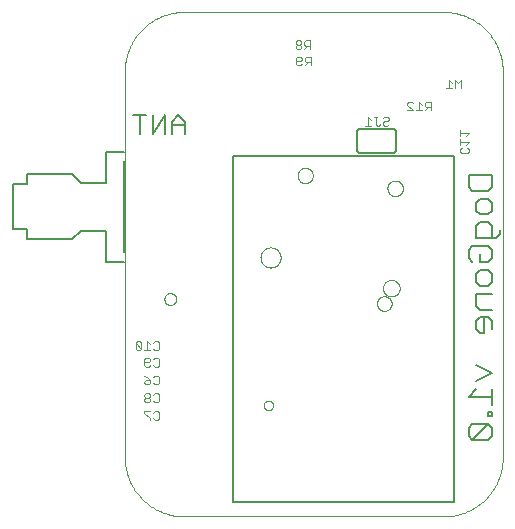
<source format=gbo>
G75*
%MOIN*%
%OFA0B0*%
%FSLAX25Y25*%
%IPPOS*%
%LPD*%
%AMOC8*
5,1,8,0,0,1.08239X$1,22.5*
%
%ADD10C,0.00000*%
%ADD11C,0.00700*%
%ADD12C,0.00800*%
%ADD13C,0.00600*%
%ADD14C,0.00300*%
D10*
X0114340Y0151282D02*
X0114340Y0280022D01*
X0114346Y0280498D01*
X0114363Y0280973D01*
X0114392Y0281448D01*
X0114432Y0281922D01*
X0114484Y0282395D01*
X0114547Y0282866D01*
X0114621Y0283336D01*
X0114707Y0283804D01*
X0114804Y0284270D01*
X0114912Y0284733D01*
X0115031Y0285193D01*
X0115162Y0285651D01*
X0115303Y0286105D01*
X0115456Y0286556D01*
X0115619Y0287002D01*
X0115793Y0287445D01*
X0115978Y0287883D01*
X0116173Y0288317D01*
X0116379Y0288746D01*
X0116595Y0289170D01*
X0116821Y0289589D01*
X0117057Y0290002D01*
X0117303Y0290409D01*
X0117559Y0290810D01*
X0117825Y0291204D01*
X0118100Y0291593D01*
X0118384Y0291974D01*
X0118677Y0292348D01*
X0118979Y0292716D01*
X0119291Y0293076D01*
X0119610Y0293428D01*
X0119938Y0293772D01*
X0120275Y0294109D01*
X0120619Y0294437D01*
X0120971Y0294756D01*
X0121331Y0295068D01*
X0121699Y0295370D01*
X0122073Y0295663D01*
X0122454Y0295947D01*
X0122843Y0296222D01*
X0123237Y0296488D01*
X0123638Y0296744D01*
X0124045Y0296990D01*
X0124458Y0297226D01*
X0124877Y0297452D01*
X0125301Y0297668D01*
X0125730Y0297874D01*
X0126164Y0298069D01*
X0126602Y0298254D01*
X0127045Y0298428D01*
X0127491Y0298591D01*
X0127942Y0298744D01*
X0128396Y0298885D01*
X0128854Y0299016D01*
X0129314Y0299135D01*
X0129777Y0299243D01*
X0130243Y0299340D01*
X0130711Y0299426D01*
X0131181Y0299500D01*
X0131652Y0299563D01*
X0132125Y0299615D01*
X0132599Y0299655D01*
X0133074Y0299684D01*
X0133549Y0299701D01*
X0134025Y0299707D01*
X0220639Y0299707D01*
X0221115Y0299701D01*
X0221590Y0299684D01*
X0222065Y0299655D01*
X0222539Y0299615D01*
X0223012Y0299563D01*
X0223483Y0299500D01*
X0223953Y0299426D01*
X0224421Y0299340D01*
X0224887Y0299243D01*
X0225350Y0299135D01*
X0225810Y0299016D01*
X0226268Y0298885D01*
X0226722Y0298744D01*
X0227173Y0298591D01*
X0227619Y0298428D01*
X0228062Y0298254D01*
X0228500Y0298069D01*
X0228934Y0297874D01*
X0229363Y0297668D01*
X0229787Y0297452D01*
X0230206Y0297226D01*
X0230619Y0296990D01*
X0231026Y0296744D01*
X0231427Y0296488D01*
X0231821Y0296222D01*
X0232210Y0295947D01*
X0232591Y0295663D01*
X0232965Y0295370D01*
X0233333Y0295068D01*
X0233693Y0294756D01*
X0234045Y0294437D01*
X0234389Y0294109D01*
X0234726Y0293772D01*
X0235054Y0293428D01*
X0235373Y0293076D01*
X0235685Y0292716D01*
X0235987Y0292348D01*
X0236280Y0291974D01*
X0236564Y0291593D01*
X0236839Y0291204D01*
X0237105Y0290810D01*
X0237361Y0290409D01*
X0237607Y0290002D01*
X0237843Y0289589D01*
X0238069Y0289170D01*
X0238285Y0288746D01*
X0238491Y0288317D01*
X0238686Y0287883D01*
X0238871Y0287445D01*
X0239045Y0287002D01*
X0239208Y0286556D01*
X0239361Y0286105D01*
X0239502Y0285651D01*
X0239633Y0285193D01*
X0239752Y0284733D01*
X0239860Y0284270D01*
X0239957Y0283804D01*
X0240043Y0283336D01*
X0240117Y0282866D01*
X0240180Y0282395D01*
X0240232Y0281922D01*
X0240272Y0281448D01*
X0240301Y0280973D01*
X0240318Y0280498D01*
X0240324Y0280022D01*
X0240324Y0151282D01*
X0240318Y0150806D01*
X0240301Y0150331D01*
X0240272Y0149856D01*
X0240232Y0149382D01*
X0240180Y0148909D01*
X0240117Y0148438D01*
X0240043Y0147968D01*
X0239957Y0147500D01*
X0239860Y0147034D01*
X0239752Y0146571D01*
X0239633Y0146111D01*
X0239502Y0145653D01*
X0239361Y0145199D01*
X0239208Y0144748D01*
X0239045Y0144302D01*
X0238871Y0143859D01*
X0238686Y0143421D01*
X0238491Y0142987D01*
X0238285Y0142558D01*
X0238069Y0142134D01*
X0237843Y0141715D01*
X0237607Y0141302D01*
X0237361Y0140895D01*
X0237105Y0140494D01*
X0236839Y0140100D01*
X0236564Y0139711D01*
X0236280Y0139330D01*
X0235987Y0138956D01*
X0235685Y0138588D01*
X0235373Y0138228D01*
X0235054Y0137876D01*
X0234726Y0137532D01*
X0234389Y0137195D01*
X0234045Y0136867D01*
X0233693Y0136548D01*
X0233333Y0136236D01*
X0232965Y0135934D01*
X0232591Y0135641D01*
X0232210Y0135357D01*
X0231821Y0135082D01*
X0231427Y0134816D01*
X0231026Y0134560D01*
X0230619Y0134314D01*
X0230206Y0134078D01*
X0229787Y0133852D01*
X0229363Y0133636D01*
X0228934Y0133430D01*
X0228500Y0133235D01*
X0228062Y0133050D01*
X0227619Y0132876D01*
X0227173Y0132713D01*
X0226722Y0132560D01*
X0226268Y0132419D01*
X0225810Y0132288D01*
X0225350Y0132169D01*
X0224887Y0132061D01*
X0224421Y0131964D01*
X0223953Y0131878D01*
X0223483Y0131804D01*
X0223012Y0131741D01*
X0222539Y0131689D01*
X0222065Y0131649D01*
X0221590Y0131620D01*
X0221115Y0131603D01*
X0220639Y0131597D01*
X0134025Y0131597D01*
X0133549Y0131603D01*
X0133074Y0131620D01*
X0132599Y0131649D01*
X0132125Y0131689D01*
X0131652Y0131741D01*
X0131181Y0131804D01*
X0130711Y0131878D01*
X0130243Y0131964D01*
X0129777Y0132061D01*
X0129314Y0132169D01*
X0128854Y0132288D01*
X0128396Y0132419D01*
X0127942Y0132560D01*
X0127491Y0132713D01*
X0127045Y0132876D01*
X0126602Y0133050D01*
X0126164Y0133235D01*
X0125730Y0133430D01*
X0125301Y0133636D01*
X0124877Y0133852D01*
X0124458Y0134078D01*
X0124045Y0134314D01*
X0123638Y0134560D01*
X0123237Y0134816D01*
X0122843Y0135082D01*
X0122454Y0135357D01*
X0122073Y0135641D01*
X0121699Y0135934D01*
X0121331Y0136236D01*
X0120971Y0136548D01*
X0120619Y0136867D01*
X0120275Y0137195D01*
X0119938Y0137532D01*
X0119610Y0137876D01*
X0119291Y0138228D01*
X0118979Y0138588D01*
X0118677Y0138956D01*
X0118384Y0139330D01*
X0118100Y0139711D01*
X0117825Y0140100D01*
X0117559Y0140494D01*
X0117303Y0140895D01*
X0117057Y0141302D01*
X0116821Y0141715D01*
X0116595Y0142134D01*
X0116379Y0142558D01*
X0116173Y0142987D01*
X0115978Y0143421D01*
X0115793Y0143859D01*
X0115619Y0144302D01*
X0115456Y0144748D01*
X0115303Y0145199D01*
X0115162Y0145653D01*
X0115031Y0146111D01*
X0114912Y0146571D01*
X0114804Y0147034D01*
X0114707Y0147500D01*
X0114621Y0147968D01*
X0114547Y0148438D01*
X0114484Y0148909D01*
X0114432Y0149382D01*
X0114392Y0149856D01*
X0114363Y0150331D01*
X0114346Y0150806D01*
X0114340Y0151282D01*
X0127528Y0204038D02*
X0127530Y0204126D01*
X0127536Y0204214D01*
X0127546Y0204302D01*
X0127560Y0204390D01*
X0127577Y0204476D01*
X0127599Y0204562D01*
X0127624Y0204646D01*
X0127654Y0204730D01*
X0127686Y0204812D01*
X0127723Y0204892D01*
X0127763Y0204971D01*
X0127807Y0205048D01*
X0127854Y0205123D01*
X0127904Y0205195D01*
X0127958Y0205266D01*
X0128014Y0205333D01*
X0128074Y0205399D01*
X0128136Y0205461D01*
X0128202Y0205521D01*
X0128269Y0205577D01*
X0128340Y0205631D01*
X0128412Y0205681D01*
X0128487Y0205728D01*
X0128564Y0205772D01*
X0128643Y0205812D01*
X0128723Y0205849D01*
X0128805Y0205881D01*
X0128889Y0205911D01*
X0128973Y0205936D01*
X0129059Y0205958D01*
X0129145Y0205975D01*
X0129233Y0205989D01*
X0129321Y0205999D01*
X0129409Y0206005D01*
X0129497Y0206007D01*
X0129585Y0206005D01*
X0129673Y0205999D01*
X0129761Y0205989D01*
X0129849Y0205975D01*
X0129935Y0205958D01*
X0130021Y0205936D01*
X0130105Y0205911D01*
X0130189Y0205881D01*
X0130271Y0205849D01*
X0130351Y0205812D01*
X0130430Y0205772D01*
X0130507Y0205728D01*
X0130582Y0205681D01*
X0130654Y0205631D01*
X0130725Y0205577D01*
X0130792Y0205521D01*
X0130858Y0205461D01*
X0130920Y0205399D01*
X0130980Y0205333D01*
X0131036Y0205266D01*
X0131090Y0205195D01*
X0131140Y0205123D01*
X0131187Y0205048D01*
X0131231Y0204971D01*
X0131271Y0204892D01*
X0131308Y0204812D01*
X0131340Y0204730D01*
X0131370Y0204646D01*
X0131395Y0204562D01*
X0131417Y0204476D01*
X0131434Y0204390D01*
X0131448Y0204302D01*
X0131458Y0204214D01*
X0131464Y0204126D01*
X0131466Y0204038D01*
X0131464Y0203950D01*
X0131458Y0203862D01*
X0131448Y0203774D01*
X0131434Y0203686D01*
X0131417Y0203600D01*
X0131395Y0203514D01*
X0131370Y0203430D01*
X0131340Y0203346D01*
X0131308Y0203264D01*
X0131271Y0203184D01*
X0131231Y0203105D01*
X0131187Y0203028D01*
X0131140Y0202953D01*
X0131090Y0202881D01*
X0131036Y0202810D01*
X0130980Y0202743D01*
X0130920Y0202677D01*
X0130858Y0202615D01*
X0130792Y0202555D01*
X0130725Y0202499D01*
X0130654Y0202445D01*
X0130582Y0202395D01*
X0130507Y0202348D01*
X0130430Y0202304D01*
X0130351Y0202264D01*
X0130271Y0202227D01*
X0130189Y0202195D01*
X0130105Y0202165D01*
X0130021Y0202140D01*
X0129935Y0202118D01*
X0129849Y0202101D01*
X0129761Y0202087D01*
X0129673Y0202077D01*
X0129585Y0202071D01*
X0129497Y0202069D01*
X0129409Y0202071D01*
X0129321Y0202077D01*
X0129233Y0202087D01*
X0129145Y0202101D01*
X0129059Y0202118D01*
X0128973Y0202140D01*
X0128889Y0202165D01*
X0128805Y0202195D01*
X0128723Y0202227D01*
X0128643Y0202264D01*
X0128564Y0202304D01*
X0128487Y0202348D01*
X0128412Y0202395D01*
X0128340Y0202445D01*
X0128269Y0202499D01*
X0128202Y0202555D01*
X0128136Y0202615D01*
X0128074Y0202677D01*
X0128014Y0202743D01*
X0127958Y0202810D01*
X0127904Y0202881D01*
X0127854Y0202953D01*
X0127807Y0203028D01*
X0127763Y0203105D01*
X0127723Y0203184D01*
X0127686Y0203264D01*
X0127654Y0203346D01*
X0127624Y0203430D01*
X0127599Y0203514D01*
X0127577Y0203600D01*
X0127560Y0203686D01*
X0127546Y0203774D01*
X0127536Y0203862D01*
X0127530Y0203950D01*
X0127528Y0204038D01*
X0114340Y0212747D02*
X0114340Y0256747D01*
X0159576Y0217896D02*
X0159578Y0218011D01*
X0159584Y0218127D01*
X0159594Y0218242D01*
X0159608Y0218357D01*
X0159626Y0218471D01*
X0159648Y0218584D01*
X0159673Y0218697D01*
X0159703Y0218808D01*
X0159736Y0218919D01*
X0159773Y0219028D01*
X0159814Y0219136D01*
X0159859Y0219243D01*
X0159907Y0219348D01*
X0159959Y0219451D01*
X0160015Y0219552D01*
X0160074Y0219652D01*
X0160136Y0219749D01*
X0160202Y0219844D01*
X0160270Y0219937D01*
X0160342Y0220027D01*
X0160417Y0220115D01*
X0160496Y0220200D01*
X0160577Y0220282D01*
X0160660Y0220362D01*
X0160747Y0220438D01*
X0160836Y0220512D01*
X0160927Y0220582D01*
X0161021Y0220650D01*
X0161117Y0220714D01*
X0161216Y0220774D01*
X0161316Y0220831D01*
X0161418Y0220885D01*
X0161522Y0220935D01*
X0161628Y0220982D01*
X0161735Y0221025D01*
X0161844Y0221064D01*
X0161954Y0221099D01*
X0162065Y0221130D01*
X0162177Y0221158D01*
X0162290Y0221182D01*
X0162404Y0221202D01*
X0162519Y0221218D01*
X0162634Y0221230D01*
X0162749Y0221238D01*
X0162864Y0221242D01*
X0162980Y0221242D01*
X0163095Y0221238D01*
X0163210Y0221230D01*
X0163325Y0221218D01*
X0163440Y0221202D01*
X0163554Y0221182D01*
X0163667Y0221158D01*
X0163779Y0221130D01*
X0163890Y0221099D01*
X0164000Y0221064D01*
X0164109Y0221025D01*
X0164216Y0220982D01*
X0164322Y0220935D01*
X0164426Y0220885D01*
X0164528Y0220831D01*
X0164628Y0220774D01*
X0164727Y0220714D01*
X0164823Y0220650D01*
X0164917Y0220582D01*
X0165008Y0220512D01*
X0165097Y0220438D01*
X0165184Y0220362D01*
X0165267Y0220282D01*
X0165348Y0220200D01*
X0165427Y0220115D01*
X0165502Y0220027D01*
X0165574Y0219937D01*
X0165642Y0219844D01*
X0165708Y0219749D01*
X0165770Y0219652D01*
X0165829Y0219552D01*
X0165885Y0219451D01*
X0165937Y0219348D01*
X0165985Y0219243D01*
X0166030Y0219136D01*
X0166071Y0219028D01*
X0166108Y0218919D01*
X0166141Y0218808D01*
X0166171Y0218697D01*
X0166196Y0218584D01*
X0166218Y0218471D01*
X0166236Y0218357D01*
X0166250Y0218242D01*
X0166260Y0218127D01*
X0166266Y0218011D01*
X0166268Y0217896D01*
X0166266Y0217781D01*
X0166260Y0217665D01*
X0166250Y0217550D01*
X0166236Y0217435D01*
X0166218Y0217321D01*
X0166196Y0217208D01*
X0166171Y0217095D01*
X0166141Y0216984D01*
X0166108Y0216873D01*
X0166071Y0216764D01*
X0166030Y0216656D01*
X0165985Y0216549D01*
X0165937Y0216444D01*
X0165885Y0216341D01*
X0165829Y0216240D01*
X0165770Y0216140D01*
X0165708Y0216043D01*
X0165642Y0215948D01*
X0165574Y0215855D01*
X0165502Y0215765D01*
X0165427Y0215677D01*
X0165348Y0215592D01*
X0165267Y0215510D01*
X0165184Y0215430D01*
X0165097Y0215354D01*
X0165008Y0215280D01*
X0164917Y0215210D01*
X0164823Y0215142D01*
X0164727Y0215078D01*
X0164628Y0215018D01*
X0164528Y0214961D01*
X0164426Y0214907D01*
X0164322Y0214857D01*
X0164216Y0214810D01*
X0164109Y0214767D01*
X0164000Y0214728D01*
X0163890Y0214693D01*
X0163779Y0214662D01*
X0163667Y0214634D01*
X0163554Y0214610D01*
X0163440Y0214590D01*
X0163325Y0214574D01*
X0163210Y0214562D01*
X0163095Y0214554D01*
X0162980Y0214550D01*
X0162864Y0214550D01*
X0162749Y0214554D01*
X0162634Y0214562D01*
X0162519Y0214574D01*
X0162404Y0214590D01*
X0162290Y0214610D01*
X0162177Y0214634D01*
X0162065Y0214662D01*
X0161954Y0214693D01*
X0161844Y0214728D01*
X0161735Y0214767D01*
X0161628Y0214810D01*
X0161522Y0214857D01*
X0161418Y0214907D01*
X0161316Y0214961D01*
X0161216Y0215018D01*
X0161117Y0215078D01*
X0161021Y0215142D01*
X0160927Y0215210D01*
X0160836Y0215280D01*
X0160747Y0215354D01*
X0160660Y0215430D01*
X0160577Y0215510D01*
X0160496Y0215592D01*
X0160417Y0215677D01*
X0160342Y0215765D01*
X0160270Y0215855D01*
X0160202Y0215948D01*
X0160136Y0216043D01*
X0160074Y0216140D01*
X0160015Y0216240D01*
X0159959Y0216341D01*
X0159907Y0216444D01*
X0159859Y0216549D01*
X0159814Y0216656D01*
X0159773Y0216764D01*
X0159736Y0216873D01*
X0159703Y0216984D01*
X0159673Y0217095D01*
X0159648Y0217208D01*
X0159626Y0217321D01*
X0159608Y0217435D01*
X0159594Y0217550D01*
X0159584Y0217665D01*
X0159578Y0217781D01*
X0159576Y0217896D01*
X0171919Y0245219D02*
X0171921Y0245319D01*
X0171927Y0245419D01*
X0171937Y0245519D01*
X0171951Y0245619D01*
X0171968Y0245717D01*
X0171990Y0245815D01*
X0172016Y0245912D01*
X0172045Y0246008D01*
X0172078Y0246103D01*
X0172115Y0246196D01*
X0172155Y0246288D01*
X0172199Y0246378D01*
X0172247Y0246467D01*
X0172298Y0246553D01*
X0172352Y0246637D01*
X0172410Y0246719D01*
X0172471Y0246799D01*
X0172535Y0246877D01*
X0172602Y0246951D01*
X0172672Y0247023D01*
X0172744Y0247092D01*
X0172820Y0247159D01*
X0172897Y0247222D01*
X0172978Y0247282D01*
X0173060Y0247339D01*
X0173145Y0247392D01*
X0173232Y0247442D01*
X0173321Y0247489D01*
X0173412Y0247532D01*
X0173504Y0247572D01*
X0173597Y0247608D01*
X0173693Y0247640D01*
X0173789Y0247668D01*
X0173886Y0247693D01*
X0173984Y0247713D01*
X0174083Y0247730D01*
X0174183Y0247743D01*
X0174283Y0247752D01*
X0174383Y0247757D01*
X0174483Y0247758D01*
X0174583Y0247755D01*
X0174683Y0247748D01*
X0174783Y0247737D01*
X0174882Y0247722D01*
X0174981Y0247704D01*
X0175079Y0247681D01*
X0175176Y0247655D01*
X0175271Y0247624D01*
X0175366Y0247590D01*
X0175459Y0247553D01*
X0175550Y0247511D01*
X0175640Y0247466D01*
X0175728Y0247418D01*
X0175813Y0247366D01*
X0175897Y0247311D01*
X0175979Y0247252D01*
X0176058Y0247191D01*
X0176134Y0247126D01*
X0176208Y0247058D01*
X0176280Y0246988D01*
X0176348Y0246914D01*
X0176414Y0246838D01*
X0176476Y0246760D01*
X0176535Y0246679D01*
X0176591Y0246596D01*
X0176644Y0246510D01*
X0176693Y0246423D01*
X0176739Y0246334D01*
X0176782Y0246243D01*
X0176820Y0246150D01*
X0176855Y0246056D01*
X0176886Y0245961D01*
X0176914Y0245864D01*
X0176937Y0245766D01*
X0176957Y0245668D01*
X0176973Y0245569D01*
X0176985Y0245469D01*
X0176993Y0245369D01*
X0176997Y0245269D01*
X0176997Y0245169D01*
X0176993Y0245069D01*
X0176985Y0244969D01*
X0176973Y0244869D01*
X0176957Y0244770D01*
X0176937Y0244672D01*
X0176914Y0244574D01*
X0176886Y0244477D01*
X0176855Y0244382D01*
X0176820Y0244288D01*
X0176782Y0244195D01*
X0176739Y0244104D01*
X0176693Y0244015D01*
X0176644Y0243928D01*
X0176591Y0243842D01*
X0176535Y0243759D01*
X0176476Y0243678D01*
X0176414Y0243600D01*
X0176348Y0243524D01*
X0176280Y0243450D01*
X0176208Y0243380D01*
X0176134Y0243312D01*
X0176058Y0243247D01*
X0175979Y0243186D01*
X0175897Y0243127D01*
X0175813Y0243072D01*
X0175727Y0243020D01*
X0175640Y0242972D01*
X0175550Y0242927D01*
X0175459Y0242885D01*
X0175366Y0242848D01*
X0175271Y0242814D01*
X0175176Y0242783D01*
X0175079Y0242757D01*
X0174981Y0242734D01*
X0174882Y0242716D01*
X0174783Y0242701D01*
X0174683Y0242690D01*
X0174583Y0242683D01*
X0174483Y0242680D01*
X0174383Y0242681D01*
X0174283Y0242686D01*
X0174183Y0242695D01*
X0174083Y0242708D01*
X0173984Y0242725D01*
X0173886Y0242745D01*
X0173789Y0242770D01*
X0173693Y0242798D01*
X0173597Y0242830D01*
X0173504Y0242866D01*
X0173412Y0242906D01*
X0173321Y0242949D01*
X0173232Y0242996D01*
X0173145Y0243046D01*
X0173060Y0243099D01*
X0172978Y0243156D01*
X0172897Y0243216D01*
X0172820Y0243279D01*
X0172744Y0243346D01*
X0172672Y0243415D01*
X0172602Y0243487D01*
X0172535Y0243561D01*
X0172471Y0243639D01*
X0172410Y0243719D01*
X0172352Y0243801D01*
X0172298Y0243885D01*
X0172247Y0243971D01*
X0172199Y0244060D01*
X0172155Y0244150D01*
X0172115Y0244242D01*
X0172078Y0244335D01*
X0172045Y0244430D01*
X0172016Y0244526D01*
X0171990Y0244623D01*
X0171968Y0244721D01*
X0171951Y0244819D01*
X0171937Y0244919D01*
X0171927Y0245019D01*
X0171921Y0245119D01*
X0171919Y0245219D01*
X0201879Y0240967D02*
X0201881Y0241068D01*
X0201887Y0241169D01*
X0201897Y0241270D01*
X0201911Y0241370D01*
X0201929Y0241470D01*
X0201950Y0241569D01*
X0201976Y0241667D01*
X0202005Y0241764D01*
X0202038Y0241860D01*
X0202075Y0241954D01*
X0202116Y0242047D01*
X0202160Y0242138D01*
X0202208Y0242227D01*
X0202259Y0242315D01*
X0202314Y0242400D01*
X0202372Y0242483D01*
X0202433Y0242564D01*
X0202497Y0242642D01*
X0202564Y0242718D01*
X0202634Y0242791D01*
X0202707Y0242861D01*
X0202783Y0242928D01*
X0202861Y0242992D01*
X0202942Y0243053D01*
X0203025Y0243111D01*
X0203110Y0243166D01*
X0203198Y0243217D01*
X0203287Y0243265D01*
X0203378Y0243309D01*
X0203471Y0243350D01*
X0203565Y0243387D01*
X0203661Y0243420D01*
X0203758Y0243449D01*
X0203856Y0243475D01*
X0203955Y0243496D01*
X0204055Y0243514D01*
X0204155Y0243528D01*
X0204256Y0243538D01*
X0204357Y0243544D01*
X0204458Y0243546D01*
X0204559Y0243544D01*
X0204660Y0243538D01*
X0204761Y0243528D01*
X0204861Y0243514D01*
X0204961Y0243496D01*
X0205060Y0243475D01*
X0205158Y0243449D01*
X0205255Y0243420D01*
X0205351Y0243387D01*
X0205445Y0243350D01*
X0205538Y0243309D01*
X0205629Y0243265D01*
X0205718Y0243217D01*
X0205806Y0243166D01*
X0205891Y0243111D01*
X0205974Y0243053D01*
X0206055Y0242992D01*
X0206133Y0242928D01*
X0206209Y0242861D01*
X0206282Y0242791D01*
X0206352Y0242718D01*
X0206419Y0242642D01*
X0206483Y0242564D01*
X0206544Y0242483D01*
X0206602Y0242400D01*
X0206657Y0242315D01*
X0206708Y0242227D01*
X0206756Y0242138D01*
X0206800Y0242047D01*
X0206841Y0241954D01*
X0206878Y0241860D01*
X0206911Y0241764D01*
X0206940Y0241667D01*
X0206966Y0241569D01*
X0206987Y0241470D01*
X0207005Y0241370D01*
X0207019Y0241270D01*
X0207029Y0241169D01*
X0207035Y0241068D01*
X0207037Y0240967D01*
X0207035Y0240866D01*
X0207029Y0240765D01*
X0207019Y0240664D01*
X0207005Y0240564D01*
X0206987Y0240464D01*
X0206966Y0240365D01*
X0206940Y0240267D01*
X0206911Y0240170D01*
X0206878Y0240074D01*
X0206841Y0239980D01*
X0206800Y0239887D01*
X0206756Y0239796D01*
X0206708Y0239707D01*
X0206657Y0239619D01*
X0206602Y0239534D01*
X0206544Y0239451D01*
X0206483Y0239370D01*
X0206419Y0239292D01*
X0206352Y0239216D01*
X0206282Y0239143D01*
X0206209Y0239073D01*
X0206133Y0239006D01*
X0206055Y0238942D01*
X0205974Y0238881D01*
X0205891Y0238823D01*
X0205806Y0238768D01*
X0205718Y0238717D01*
X0205629Y0238669D01*
X0205538Y0238625D01*
X0205445Y0238584D01*
X0205351Y0238547D01*
X0205255Y0238514D01*
X0205158Y0238485D01*
X0205060Y0238459D01*
X0204961Y0238438D01*
X0204861Y0238420D01*
X0204761Y0238406D01*
X0204660Y0238396D01*
X0204559Y0238390D01*
X0204458Y0238388D01*
X0204357Y0238390D01*
X0204256Y0238396D01*
X0204155Y0238406D01*
X0204055Y0238420D01*
X0203955Y0238438D01*
X0203856Y0238459D01*
X0203758Y0238485D01*
X0203661Y0238514D01*
X0203565Y0238547D01*
X0203471Y0238584D01*
X0203378Y0238625D01*
X0203287Y0238669D01*
X0203198Y0238717D01*
X0203110Y0238768D01*
X0203025Y0238823D01*
X0202942Y0238881D01*
X0202861Y0238942D01*
X0202783Y0239006D01*
X0202707Y0239073D01*
X0202634Y0239143D01*
X0202564Y0239216D01*
X0202497Y0239292D01*
X0202433Y0239370D01*
X0202372Y0239451D01*
X0202314Y0239534D01*
X0202259Y0239619D01*
X0202208Y0239707D01*
X0202160Y0239796D01*
X0202116Y0239887D01*
X0202075Y0239980D01*
X0202038Y0240074D01*
X0202005Y0240170D01*
X0201976Y0240267D01*
X0201950Y0240365D01*
X0201929Y0240464D01*
X0201911Y0240564D01*
X0201897Y0240664D01*
X0201887Y0240765D01*
X0201881Y0240866D01*
X0201879Y0240967D01*
X0200442Y0207660D02*
X0200444Y0207765D01*
X0200450Y0207870D01*
X0200460Y0207974D01*
X0200474Y0208078D01*
X0200492Y0208182D01*
X0200514Y0208284D01*
X0200539Y0208386D01*
X0200569Y0208487D01*
X0200602Y0208586D01*
X0200639Y0208684D01*
X0200680Y0208781D01*
X0200725Y0208876D01*
X0200773Y0208969D01*
X0200824Y0209061D01*
X0200880Y0209150D01*
X0200938Y0209237D01*
X0201000Y0209322D01*
X0201064Y0209405D01*
X0201132Y0209485D01*
X0201203Y0209562D01*
X0201277Y0209636D01*
X0201354Y0209708D01*
X0201433Y0209777D01*
X0201515Y0209842D01*
X0201599Y0209905D01*
X0201686Y0209964D01*
X0201775Y0210020D01*
X0201866Y0210073D01*
X0201959Y0210122D01*
X0202053Y0210167D01*
X0202149Y0210209D01*
X0202247Y0210247D01*
X0202346Y0210281D01*
X0202447Y0210312D01*
X0202548Y0210338D01*
X0202651Y0210361D01*
X0202754Y0210380D01*
X0202858Y0210395D01*
X0202962Y0210406D01*
X0203067Y0210413D01*
X0203172Y0210416D01*
X0203277Y0210415D01*
X0203382Y0210410D01*
X0203486Y0210401D01*
X0203590Y0210388D01*
X0203694Y0210371D01*
X0203797Y0210350D01*
X0203899Y0210325D01*
X0204000Y0210297D01*
X0204099Y0210264D01*
X0204198Y0210228D01*
X0204295Y0210188D01*
X0204390Y0210145D01*
X0204484Y0210097D01*
X0204576Y0210047D01*
X0204666Y0209993D01*
X0204754Y0209935D01*
X0204839Y0209874D01*
X0204922Y0209810D01*
X0205003Y0209743D01*
X0205081Y0209673D01*
X0205156Y0209599D01*
X0205228Y0209524D01*
X0205298Y0209445D01*
X0205364Y0209364D01*
X0205428Y0209280D01*
X0205488Y0209194D01*
X0205544Y0209106D01*
X0205598Y0209015D01*
X0205648Y0208923D01*
X0205694Y0208829D01*
X0205737Y0208733D01*
X0205776Y0208635D01*
X0205811Y0208537D01*
X0205842Y0208436D01*
X0205870Y0208335D01*
X0205894Y0208233D01*
X0205914Y0208130D01*
X0205930Y0208026D01*
X0205942Y0207922D01*
X0205950Y0207817D01*
X0205954Y0207712D01*
X0205954Y0207608D01*
X0205950Y0207503D01*
X0205942Y0207398D01*
X0205930Y0207294D01*
X0205914Y0207190D01*
X0205894Y0207087D01*
X0205870Y0206985D01*
X0205842Y0206884D01*
X0205811Y0206783D01*
X0205776Y0206685D01*
X0205737Y0206587D01*
X0205694Y0206491D01*
X0205648Y0206397D01*
X0205598Y0206305D01*
X0205544Y0206214D01*
X0205488Y0206126D01*
X0205428Y0206040D01*
X0205364Y0205956D01*
X0205298Y0205875D01*
X0205228Y0205796D01*
X0205156Y0205721D01*
X0205081Y0205647D01*
X0205003Y0205577D01*
X0204922Y0205510D01*
X0204839Y0205446D01*
X0204754Y0205385D01*
X0204666Y0205327D01*
X0204576Y0205273D01*
X0204484Y0205223D01*
X0204390Y0205175D01*
X0204295Y0205132D01*
X0204198Y0205092D01*
X0204099Y0205056D01*
X0204000Y0205023D01*
X0203899Y0204995D01*
X0203797Y0204970D01*
X0203694Y0204949D01*
X0203590Y0204932D01*
X0203486Y0204919D01*
X0203382Y0204910D01*
X0203277Y0204905D01*
X0203172Y0204904D01*
X0203067Y0204907D01*
X0202962Y0204914D01*
X0202858Y0204925D01*
X0202754Y0204940D01*
X0202651Y0204959D01*
X0202548Y0204982D01*
X0202447Y0205008D01*
X0202346Y0205039D01*
X0202247Y0205073D01*
X0202149Y0205111D01*
X0202053Y0205153D01*
X0201959Y0205198D01*
X0201866Y0205247D01*
X0201775Y0205300D01*
X0201686Y0205356D01*
X0201599Y0205415D01*
X0201515Y0205478D01*
X0201433Y0205543D01*
X0201354Y0205612D01*
X0201277Y0205684D01*
X0201203Y0205758D01*
X0201132Y0205835D01*
X0201064Y0205915D01*
X0201000Y0205998D01*
X0200938Y0206083D01*
X0200880Y0206170D01*
X0200824Y0206259D01*
X0200773Y0206351D01*
X0200725Y0206444D01*
X0200680Y0206539D01*
X0200639Y0206636D01*
X0200602Y0206734D01*
X0200569Y0206833D01*
X0200539Y0206934D01*
X0200514Y0207036D01*
X0200492Y0207138D01*
X0200474Y0207242D01*
X0200460Y0207346D01*
X0200450Y0207450D01*
X0200444Y0207555D01*
X0200442Y0207660D01*
X0198395Y0202542D02*
X0198397Y0202640D01*
X0198403Y0202738D01*
X0198413Y0202836D01*
X0198427Y0202934D01*
X0198444Y0203030D01*
X0198466Y0203126D01*
X0198491Y0203221D01*
X0198521Y0203315D01*
X0198554Y0203408D01*
X0198590Y0203499D01*
X0198631Y0203588D01*
X0198675Y0203676D01*
X0198722Y0203762D01*
X0198773Y0203847D01*
X0198827Y0203929D01*
X0198885Y0204008D01*
X0198945Y0204086D01*
X0199009Y0204161D01*
X0199076Y0204233D01*
X0199145Y0204302D01*
X0199217Y0204369D01*
X0199292Y0204433D01*
X0199370Y0204493D01*
X0199449Y0204551D01*
X0199531Y0204605D01*
X0199615Y0204656D01*
X0199702Y0204703D01*
X0199790Y0204747D01*
X0199879Y0204788D01*
X0199970Y0204824D01*
X0200063Y0204857D01*
X0200157Y0204887D01*
X0200252Y0204912D01*
X0200348Y0204934D01*
X0200444Y0204951D01*
X0200542Y0204965D01*
X0200640Y0204975D01*
X0200738Y0204981D01*
X0200836Y0204983D01*
X0200934Y0204981D01*
X0201032Y0204975D01*
X0201130Y0204965D01*
X0201228Y0204951D01*
X0201324Y0204934D01*
X0201420Y0204912D01*
X0201515Y0204887D01*
X0201609Y0204857D01*
X0201702Y0204824D01*
X0201793Y0204788D01*
X0201882Y0204747D01*
X0201970Y0204703D01*
X0202056Y0204656D01*
X0202141Y0204605D01*
X0202223Y0204551D01*
X0202302Y0204493D01*
X0202380Y0204433D01*
X0202455Y0204369D01*
X0202527Y0204302D01*
X0202596Y0204233D01*
X0202663Y0204161D01*
X0202727Y0204086D01*
X0202787Y0204008D01*
X0202845Y0203929D01*
X0202899Y0203847D01*
X0202950Y0203763D01*
X0202997Y0203676D01*
X0203041Y0203588D01*
X0203082Y0203499D01*
X0203118Y0203408D01*
X0203151Y0203315D01*
X0203181Y0203221D01*
X0203206Y0203126D01*
X0203228Y0203030D01*
X0203245Y0202934D01*
X0203259Y0202836D01*
X0203269Y0202738D01*
X0203275Y0202640D01*
X0203277Y0202542D01*
X0203275Y0202444D01*
X0203269Y0202346D01*
X0203259Y0202248D01*
X0203245Y0202150D01*
X0203228Y0202054D01*
X0203206Y0201958D01*
X0203181Y0201863D01*
X0203151Y0201769D01*
X0203118Y0201676D01*
X0203082Y0201585D01*
X0203041Y0201496D01*
X0202997Y0201408D01*
X0202950Y0201322D01*
X0202899Y0201237D01*
X0202845Y0201155D01*
X0202787Y0201076D01*
X0202727Y0200998D01*
X0202663Y0200923D01*
X0202596Y0200851D01*
X0202527Y0200782D01*
X0202455Y0200715D01*
X0202380Y0200651D01*
X0202302Y0200591D01*
X0202223Y0200533D01*
X0202141Y0200479D01*
X0202057Y0200428D01*
X0201970Y0200381D01*
X0201882Y0200337D01*
X0201793Y0200296D01*
X0201702Y0200260D01*
X0201609Y0200227D01*
X0201515Y0200197D01*
X0201420Y0200172D01*
X0201324Y0200150D01*
X0201228Y0200133D01*
X0201130Y0200119D01*
X0201032Y0200109D01*
X0200934Y0200103D01*
X0200836Y0200101D01*
X0200738Y0200103D01*
X0200640Y0200109D01*
X0200542Y0200119D01*
X0200444Y0200133D01*
X0200348Y0200150D01*
X0200252Y0200172D01*
X0200157Y0200197D01*
X0200063Y0200227D01*
X0199970Y0200260D01*
X0199879Y0200296D01*
X0199790Y0200337D01*
X0199702Y0200381D01*
X0199616Y0200428D01*
X0199531Y0200479D01*
X0199449Y0200533D01*
X0199370Y0200591D01*
X0199292Y0200651D01*
X0199217Y0200715D01*
X0199145Y0200782D01*
X0199076Y0200851D01*
X0199009Y0200923D01*
X0198945Y0200998D01*
X0198885Y0201076D01*
X0198827Y0201155D01*
X0198773Y0201237D01*
X0198722Y0201321D01*
X0198675Y0201408D01*
X0198631Y0201496D01*
X0198590Y0201585D01*
X0198554Y0201676D01*
X0198521Y0201769D01*
X0198491Y0201863D01*
X0198466Y0201958D01*
X0198444Y0202054D01*
X0198427Y0202150D01*
X0198413Y0202248D01*
X0198403Y0202346D01*
X0198397Y0202444D01*
X0198395Y0202542D01*
X0160599Y0168605D02*
X0160601Y0168684D01*
X0160607Y0168763D01*
X0160617Y0168842D01*
X0160631Y0168920D01*
X0160648Y0168997D01*
X0160670Y0169073D01*
X0160695Y0169148D01*
X0160725Y0169221D01*
X0160757Y0169293D01*
X0160794Y0169364D01*
X0160834Y0169432D01*
X0160877Y0169498D01*
X0160923Y0169562D01*
X0160973Y0169624D01*
X0161026Y0169683D01*
X0161081Y0169739D01*
X0161140Y0169793D01*
X0161201Y0169843D01*
X0161264Y0169891D01*
X0161330Y0169935D01*
X0161398Y0169976D01*
X0161468Y0170013D01*
X0161539Y0170047D01*
X0161613Y0170077D01*
X0161687Y0170103D01*
X0161763Y0170125D01*
X0161840Y0170144D01*
X0161918Y0170159D01*
X0161996Y0170170D01*
X0162075Y0170177D01*
X0162154Y0170180D01*
X0162233Y0170179D01*
X0162312Y0170174D01*
X0162391Y0170165D01*
X0162469Y0170152D01*
X0162546Y0170135D01*
X0162623Y0170115D01*
X0162698Y0170090D01*
X0162772Y0170062D01*
X0162845Y0170030D01*
X0162915Y0169995D01*
X0162984Y0169956D01*
X0163051Y0169913D01*
X0163116Y0169867D01*
X0163178Y0169819D01*
X0163238Y0169767D01*
X0163295Y0169712D01*
X0163349Y0169654D01*
X0163400Y0169594D01*
X0163448Y0169531D01*
X0163493Y0169466D01*
X0163535Y0169398D01*
X0163573Y0169329D01*
X0163607Y0169258D01*
X0163638Y0169185D01*
X0163666Y0169110D01*
X0163689Y0169035D01*
X0163709Y0168958D01*
X0163725Y0168881D01*
X0163737Y0168802D01*
X0163745Y0168724D01*
X0163749Y0168645D01*
X0163749Y0168565D01*
X0163745Y0168486D01*
X0163737Y0168408D01*
X0163725Y0168329D01*
X0163709Y0168252D01*
X0163689Y0168175D01*
X0163666Y0168100D01*
X0163638Y0168025D01*
X0163607Y0167952D01*
X0163573Y0167881D01*
X0163535Y0167812D01*
X0163493Y0167744D01*
X0163448Y0167679D01*
X0163400Y0167616D01*
X0163349Y0167556D01*
X0163295Y0167498D01*
X0163238Y0167443D01*
X0163178Y0167391D01*
X0163116Y0167343D01*
X0163051Y0167297D01*
X0162984Y0167254D01*
X0162915Y0167215D01*
X0162845Y0167180D01*
X0162772Y0167148D01*
X0162698Y0167120D01*
X0162623Y0167095D01*
X0162546Y0167075D01*
X0162469Y0167058D01*
X0162391Y0167045D01*
X0162312Y0167036D01*
X0162233Y0167031D01*
X0162154Y0167030D01*
X0162075Y0167033D01*
X0161996Y0167040D01*
X0161918Y0167051D01*
X0161840Y0167066D01*
X0161763Y0167085D01*
X0161687Y0167107D01*
X0161613Y0167133D01*
X0161539Y0167163D01*
X0161468Y0167197D01*
X0161398Y0167234D01*
X0161330Y0167275D01*
X0161264Y0167319D01*
X0161201Y0167367D01*
X0161140Y0167417D01*
X0161081Y0167471D01*
X0161026Y0167527D01*
X0160973Y0167586D01*
X0160923Y0167648D01*
X0160877Y0167712D01*
X0160834Y0167778D01*
X0160794Y0167846D01*
X0160757Y0167917D01*
X0160725Y0167989D01*
X0160695Y0168062D01*
X0160670Y0168137D01*
X0160648Y0168213D01*
X0160631Y0168290D01*
X0160617Y0168368D01*
X0160607Y0168447D01*
X0160601Y0168526D01*
X0160599Y0168605D01*
D11*
X0228918Y0171516D02*
X0236824Y0171516D01*
X0236824Y0174151D02*
X0236824Y0168880D01*
X0236824Y0166233D02*
X0236824Y0164915D01*
X0235506Y0164915D01*
X0235506Y0166233D01*
X0236824Y0166233D01*
X0235506Y0162273D02*
X0230235Y0157002D01*
X0235506Y0157002D01*
X0236824Y0158320D01*
X0236824Y0160955D01*
X0235506Y0162273D01*
X0230235Y0162273D01*
X0228918Y0160955D01*
X0228918Y0158320D01*
X0230235Y0157002D01*
X0228918Y0171516D02*
X0231553Y0174151D01*
X0231553Y0176799D02*
X0236824Y0179434D01*
X0231553Y0182070D01*
X0232871Y0192636D02*
X0234189Y0192636D01*
X0234189Y0197908D01*
X0235506Y0197908D02*
X0232871Y0197908D01*
X0231553Y0196590D01*
X0231553Y0193954D01*
X0232871Y0192636D01*
X0236824Y0193954D02*
X0236824Y0196590D01*
X0235506Y0197908D01*
X0236824Y0200555D02*
X0232871Y0200555D01*
X0231553Y0201873D01*
X0231553Y0205826D01*
X0236824Y0205826D01*
X0235506Y0208474D02*
X0232871Y0208474D01*
X0231553Y0209792D01*
X0231553Y0212427D01*
X0232871Y0213745D01*
X0235506Y0213745D01*
X0236824Y0212427D01*
X0236824Y0209792D01*
X0235506Y0208474D01*
X0235506Y0216393D02*
X0232871Y0216393D01*
X0232871Y0219028D01*
X0235506Y0216393D02*
X0236824Y0217710D01*
X0236824Y0220346D01*
X0235506Y0221664D01*
X0230235Y0221664D01*
X0228918Y0220346D01*
X0228918Y0217710D01*
X0230235Y0216393D01*
X0231553Y0224311D02*
X0231553Y0228265D01*
X0232871Y0229583D01*
X0235506Y0229583D01*
X0236824Y0228265D01*
X0236824Y0224311D01*
X0238142Y0224311D02*
X0231553Y0224311D01*
X0232871Y0232230D02*
X0231553Y0233548D01*
X0231553Y0236184D01*
X0232871Y0237501D01*
X0235506Y0237501D01*
X0236824Y0236184D01*
X0236824Y0233548D01*
X0235506Y0232230D01*
X0232871Y0232230D01*
X0239460Y0226947D02*
X0239460Y0225629D01*
X0238142Y0224311D01*
X0235506Y0240149D02*
X0230235Y0240149D01*
X0228918Y0241467D01*
X0228918Y0245420D01*
X0236824Y0245420D01*
X0236824Y0241467D01*
X0235506Y0240149D01*
D12*
X0223985Y0251872D02*
X0223985Y0136518D01*
X0150363Y0136518D01*
X0150363Y0251872D01*
X0223985Y0251872D01*
X0113946Y0253054D02*
X0108237Y0253054D01*
X0108237Y0242621D01*
X0099773Y0242621D01*
X0096820Y0245573D01*
X0081859Y0245573D01*
X0081859Y0242227D01*
X0077233Y0242227D01*
X0077233Y0227266D01*
X0081859Y0227266D01*
X0081859Y0223920D01*
X0096820Y0223920D01*
X0099773Y0226872D01*
X0108237Y0226872D01*
X0108237Y0216439D01*
X0113946Y0216439D01*
X0113946Y0219589D02*
X0113946Y0249904D01*
D13*
X0119275Y0258952D02*
X0119275Y0265357D01*
X0121410Y0265357D02*
X0117140Y0265357D01*
X0123586Y0265357D02*
X0123586Y0258952D01*
X0127856Y0265357D01*
X0127856Y0258952D01*
X0130031Y0258952D02*
X0130031Y0263222D01*
X0132166Y0265357D01*
X0134301Y0263222D01*
X0134301Y0258952D01*
X0134301Y0262155D02*
X0130031Y0262155D01*
X0191698Y0259794D02*
X0191698Y0253794D01*
X0191700Y0253734D01*
X0191705Y0253673D01*
X0191714Y0253614D01*
X0191727Y0253555D01*
X0191743Y0253496D01*
X0191763Y0253439D01*
X0191786Y0253384D01*
X0191813Y0253329D01*
X0191842Y0253277D01*
X0191875Y0253226D01*
X0191911Y0253177D01*
X0191949Y0253131D01*
X0191991Y0253087D01*
X0192035Y0253045D01*
X0192081Y0253007D01*
X0192130Y0252971D01*
X0192181Y0252938D01*
X0192233Y0252909D01*
X0192288Y0252882D01*
X0192343Y0252859D01*
X0192400Y0252839D01*
X0192459Y0252823D01*
X0192518Y0252810D01*
X0192577Y0252801D01*
X0192638Y0252796D01*
X0192698Y0252794D01*
X0203698Y0252794D01*
X0203758Y0252796D01*
X0203819Y0252801D01*
X0203878Y0252810D01*
X0203937Y0252823D01*
X0203996Y0252839D01*
X0204053Y0252859D01*
X0204108Y0252882D01*
X0204163Y0252909D01*
X0204215Y0252938D01*
X0204266Y0252971D01*
X0204315Y0253007D01*
X0204361Y0253045D01*
X0204405Y0253087D01*
X0204447Y0253131D01*
X0204485Y0253177D01*
X0204521Y0253226D01*
X0204554Y0253277D01*
X0204583Y0253329D01*
X0204610Y0253384D01*
X0204633Y0253439D01*
X0204653Y0253496D01*
X0204669Y0253555D01*
X0204682Y0253614D01*
X0204691Y0253673D01*
X0204696Y0253734D01*
X0204698Y0253794D01*
X0204698Y0259794D01*
X0204696Y0259854D01*
X0204691Y0259915D01*
X0204682Y0259974D01*
X0204669Y0260033D01*
X0204653Y0260092D01*
X0204633Y0260149D01*
X0204610Y0260204D01*
X0204583Y0260259D01*
X0204554Y0260311D01*
X0204521Y0260362D01*
X0204485Y0260411D01*
X0204447Y0260457D01*
X0204405Y0260501D01*
X0204361Y0260543D01*
X0204315Y0260581D01*
X0204266Y0260617D01*
X0204215Y0260650D01*
X0204163Y0260679D01*
X0204108Y0260706D01*
X0204053Y0260729D01*
X0203996Y0260749D01*
X0203937Y0260765D01*
X0203878Y0260778D01*
X0203819Y0260787D01*
X0203758Y0260792D01*
X0203698Y0260794D01*
X0192698Y0260794D01*
X0192638Y0260792D01*
X0192577Y0260787D01*
X0192518Y0260778D01*
X0192459Y0260765D01*
X0192400Y0260749D01*
X0192343Y0260729D01*
X0192288Y0260706D01*
X0192233Y0260679D01*
X0192181Y0260650D01*
X0192130Y0260617D01*
X0192081Y0260581D01*
X0192035Y0260543D01*
X0191991Y0260501D01*
X0191949Y0260457D01*
X0191911Y0260411D01*
X0191875Y0260362D01*
X0191842Y0260311D01*
X0191813Y0260259D01*
X0191786Y0260204D01*
X0191763Y0260149D01*
X0191743Y0260092D01*
X0191727Y0260033D01*
X0191714Y0259974D01*
X0191705Y0259915D01*
X0191700Y0259854D01*
X0191698Y0259794D01*
D14*
X0194528Y0261842D02*
X0196463Y0261842D01*
X0195495Y0261842D02*
X0195495Y0264745D01*
X0196463Y0263777D01*
X0197474Y0264745D02*
X0198442Y0264745D01*
X0197958Y0264745D02*
X0197958Y0262326D01*
X0198442Y0261842D01*
X0198926Y0261842D01*
X0199409Y0262326D01*
X0200421Y0262326D02*
X0200905Y0261842D01*
X0201872Y0261842D01*
X0202356Y0262326D01*
X0201872Y0263293D02*
X0202356Y0263777D01*
X0202356Y0264261D01*
X0201872Y0264745D01*
X0200905Y0264745D01*
X0200421Y0264261D01*
X0200905Y0263293D02*
X0200421Y0262810D01*
X0200421Y0262326D01*
X0200905Y0263293D02*
X0201872Y0263293D01*
X0208468Y0266924D02*
X0210403Y0266924D01*
X0208468Y0268859D01*
X0208468Y0269343D01*
X0208952Y0269827D01*
X0209919Y0269827D01*
X0210403Y0269343D01*
X0212382Y0269827D02*
X0212382Y0266924D01*
X0213349Y0266924D02*
X0211414Y0266924D01*
X0213349Y0268859D02*
X0212382Y0269827D01*
X0214361Y0269343D02*
X0214361Y0268375D01*
X0214845Y0267892D01*
X0216296Y0267892D01*
X0215328Y0267892D02*
X0214361Y0266924D01*
X0216296Y0266924D02*
X0216296Y0269827D01*
X0214845Y0269827D01*
X0214361Y0269343D01*
X0221533Y0274286D02*
X0223468Y0274286D01*
X0222500Y0274286D02*
X0222500Y0277189D01*
X0223468Y0276221D01*
X0224479Y0277189D02*
X0224479Y0274286D01*
X0226414Y0274286D02*
X0226414Y0277189D01*
X0225447Y0276221D01*
X0224479Y0277189D01*
X0226112Y0260401D02*
X0226112Y0258466D01*
X0226112Y0259433D02*
X0229015Y0259433D01*
X0228047Y0258466D01*
X0226112Y0257454D02*
X0226112Y0255519D01*
X0226112Y0256487D02*
X0229015Y0256487D01*
X0228047Y0255519D01*
X0228531Y0254508D02*
X0229015Y0254024D01*
X0229015Y0253056D01*
X0228531Y0252573D01*
X0226596Y0252573D01*
X0226112Y0253056D01*
X0226112Y0254024D01*
X0226596Y0254508D01*
X0176244Y0281952D02*
X0176244Y0284855D01*
X0174793Y0284855D01*
X0174309Y0284371D01*
X0174309Y0283404D01*
X0174793Y0282920D01*
X0176244Y0282920D01*
X0175277Y0282920D02*
X0174309Y0281952D01*
X0173298Y0282436D02*
X0172814Y0281952D01*
X0171846Y0281952D01*
X0171363Y0282436D01*
X0171363Y0284371D01*
X0171846Y0284855D01*
X0172814Y0284855D01*
X0173298Y0284371D01*
X0173298Y0283887D01*
X0172814Y0283404D01*
X0171363Y0283404D01*
X0171741Y0287397D02*
X0172708Y0287397D01*
X0173192Y0287880D01*
X0173192Y0288364D01*
X0172708Y0288848D01*
X0171741Y0288848D01*
X0171257Y0288364D01*
X0171257Y0287880D01*
X0171741Y0287397D01*
X0171741Y0288848D02*
X0171257Y0289331D01*
X0171257Y0289815D01*
X0171741Y0290299D01*
X0172708Y0290299D01*
X0173192Y0289815D01*
X0173192Y0289331D01*
X0172708Y0288848D01*
X0174203Y0288848D02*
X0174687Y0288364D01*
X0176138Y0288364D01*
X0175171Y0288364D02*
X0174203Y0287397D01*
X0174203Y0288848D02*
X0174203Y0289815D01*
X0174687Y0290299D01*
X0176138Y0290299D01*
X0176138Y0287397D01*
X0125261Y0189905D02*
X0124294Y0189905D01*
X0123810Y0189422D01*
X0122798Y0188938D02*
X0121831Y0189905D01*
X0121831Y0187003D01*
X0122798Y0187003D02*
X0120863Y0187003D01*
X0119852Y0187487D02*
X0117917Y0189422D01*
X0117917Y0187487D01*
X0118400Y0187003D01*
X0119368Y0187003D01*
X0119852Y0187487D01*
X0119852Y0189422D01*
X0119368Y0189905D01*
X0118400Y0189905D01*
X0117917Y0189422D01*
X0121347Y0184393D02*
X0122314Y0184393D01*
X0122798Y0183910D01*
X0122798Y0183426D01*
X0122314Y0182942D01*
X0120863Y0182942D01*
X0120863Y0181975D02*
X0120863Y0183910D01*
X0121347Y0184393D01*
X0120863Y0181975D02*
X0121347Y0181491D01*
X0122314Y0181491D01*
X0122798Y0181975D01*
X0123810Y0181975D02*
X0124294Y0181491D01*
X0125261Y0181491D01*
X0125745Y0181975D01*
X0125745Y0183910D01*
X0125261Y0184393D01*
X0124294Y0184393D01*
X0123810Y0183910D01*
X0124294Y0187003D02*
X0123810Y0187487D01*
X0124294Y0187003D02*
X0125261Y0187003D01*
X0125745Y0187487D01*
X0125745Y0189422D01*
X0125261Y0189905D01*
X0125261Y0178488D02*
X0124294Y0178488D01*
X0123810Y0178004D01*
X0122798Y0177037D02*
X0121347Y0177037D01*
X0120863Y0176553D01*
X0120863Y0176069D01*
X0121347Y0175585D01*
X0122314Y0175585D01*
X0122798Y0176069D01*
X0122798Y0177037D01*
X0121831Y0178004D01*
X0120863Y0178488D01*
X0123810Y0176069D02*
X0124294Y0175585D01*
X0125261Y0175585D01*
X0125745Y0176069D01*
X0125745Y0178004D01*
X0125261Y0178488D01*
X0125261Y0172582D02*
X0124294Y0172582D01*
X0123810Y0172099D01*
X0122798Y0172099D02*
X0122798Y0171615D01*
X0122314Y0171131D01*
X0121347Y0171131D01*
X0120863Y0170647D01*
X0120863Y0170164D01*
X0121347Y0169680D01*
X0122314Y0169680D01*
X0122798Y0170164D01*
X0122798Y0170647D01*
X0122314Y0171131D01*
X0121347Y0171131D02*
X0120863Y0171615D01*
X0120863Y0172099D01*
X0121347Y0172582D01*
X0122314Y0172582D01*
X0122798Y0172099D01*
X0123810Y0170164D02*
X0124294Y0169680D01*
X0125261Y0169680D01*
X0125745Y0170164D01*
X0125745Y0172099D01*
X0125261Y0172582D01*
X0125261Y0166677D02*
X0124294Y0166677D01*
X0123810Y0166193D01*
X0122798Y0166677D02*
X0120863Y0166677D01*
X0120863Y0166193D01*
X0122798Y0164258D01*
X0122798Y0163774D01*
X0123810Y0164258D02*
X0124294Y0163774D01*
X0125261Y0163774D01*
X0125745Y0164258D01*
X0125745Y0166193D01*
X0125261Y0166677D01*
M02*

</source>
